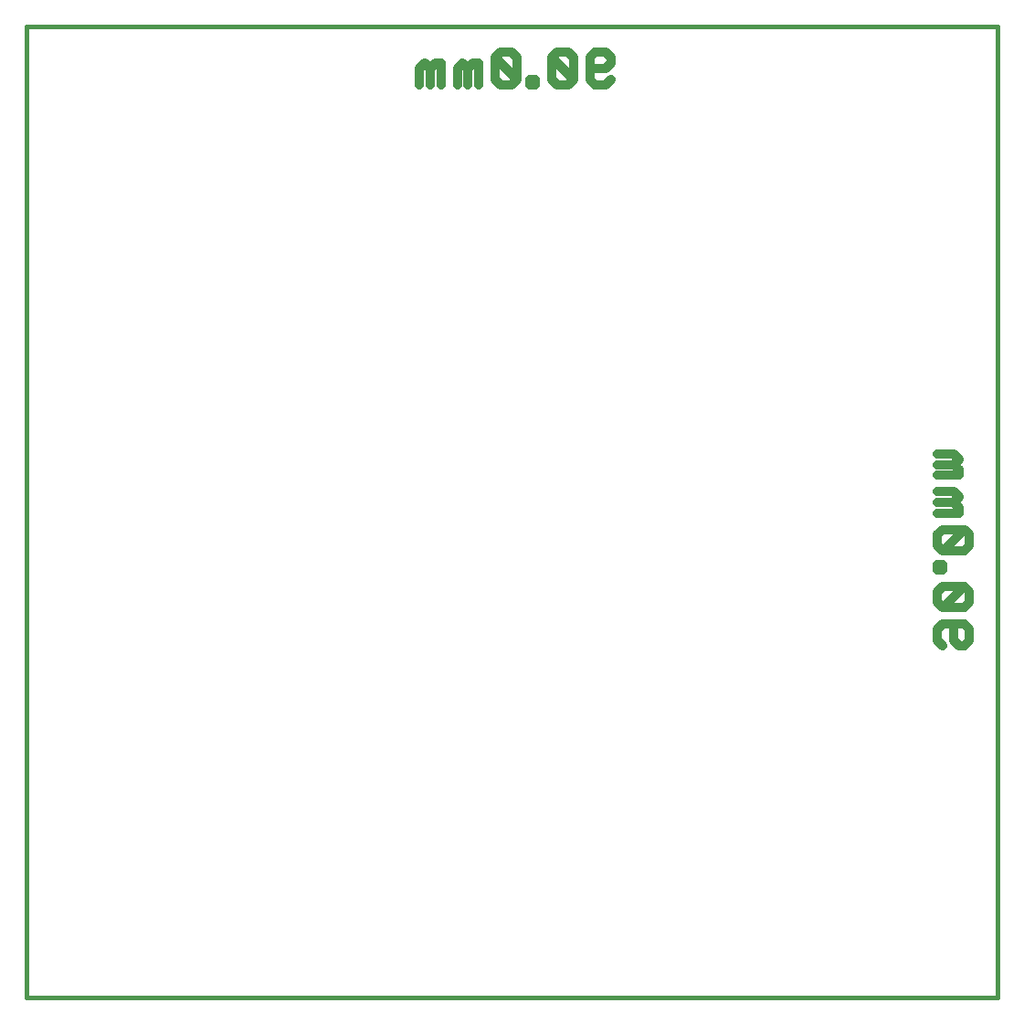
<source format=gbo>
G75*
G70*
%OFA0B0*%
%FSLAX24Y24*%
%IPPOS*%
%LPD*%
%AMOC8*
5,1,8,0,0,1.08239X$1,22.5*
%
%ADD10C,0.0160*%
%ADD11C,0.0320*%
D10*
X002069Y002291D02*
X002069Y037724D01*
X037502Y037724D01*
X037502Y002291D01*
X002069Y002291D01*
D11*
X035299Y015325D02*
X035496Y015129D01*
X035299Y015325D02*
X035299Y015719D01*
X035496Y015916D01*
X036284Y015916D01*
X036480Y015719D01*
X036480Y015325D01*
X036284Y015129D01*
X036087Y015129D01*
X035890Y015325D01*
X035890Y015916D01*
X035496Y016510D02*
X036284Y016510D01*
X036480Y016707D01*
X036480Y017100D01*
X036284Y017297D01*
X035496Y016510D01*
X035299Y016707D01*
X035299Y017100D01*
X035496Y017297D01*
X036284Y017297D01*
X035496Y017891D02*
X035496Y018088D01*
X035299Y018088D01*
X035299Y017891D01*
X035496Y017891D01*
X035496Y018581D02*
X036284Y019369D01*
X035496Y019369D01*
X035299Y019172D01*
X035299Y018778D01*
X035496Y018581D01*
X036284Y018581D01*
X036480Y018778D01*
X036480Y019172D01*
X036284Y019369D01*
X036087Y019963D02*
X036087Y020159D01*
X035890Y020356D01*
X036087Y020553D01*
X035890Y020750D01*
X035299Y020750D01*
X035299Y020356D02*
X035890Y020356D01*
X036087Y019963D02*
X035299Y019963D01*
X035299Y021344D02*
X036087Y021344D01*
X036087Y021541D01*
X035890Y021737D01*
X036087Y021934D01*
X035890Y022131D01*
X035299Y022131D01*
X035299Y021737D02*
X035890Y021737D01*
X023208Y035601D02*
X022814Y035601D01*
X022617Y035798D01*
X022617Y036585D01*
X022814Y036782D01*
X023208Y036782D01*
X023405Y036585D01*
X023405Y036388D01*
X023208Y036191D01*
X022617Y036191D01*
X023208Y035601D02*
X023405Y035798D01*
X022023Y035798D02*
X021236Y036585D01*
X021236Y035798D01*
X021433Y035601D01*
X021827Y035601D01*
X022023Y035798D01*
X022023Y036585D01*
X021827Y036782D01*
X021433Y036782D01*
X021236Y036585D01*
X020642Y035798D02*
X020445Y035798D01*
X020445Y035601D01*
X020642Y035601D01*
X020642Y035798D01*
X019952Y035798D02*
X019952Y036585D01*
X019755Y036782D01*
X019361Y036782D01*
X019164Y036585D01*
X019952Y035798D01*
X019755Y035601D01*
X019361Y035601D01*
X019164Y035798D01*
X019164Y036585D01*
X018570Y036388D02*
X018570Y035601D01*
X018177Y035601D02*
X018177Y036191D01*
X017980Y036388D01*
X017783Y036191D01*
X017783Y035601D01*
X017189Y035601D02*
X017189Y036388D01*
X016992Y036388D01*
X016796Y036191D01*
X016599Y036388D01*
X016402Y036191D01*
X016402Y035601D01*
X016796Y035601D02*
X016796Y036191D01*
X018177Y036191D02*
X018374Y036388D01*
X018570Y036388D01*
M02*

</source>
